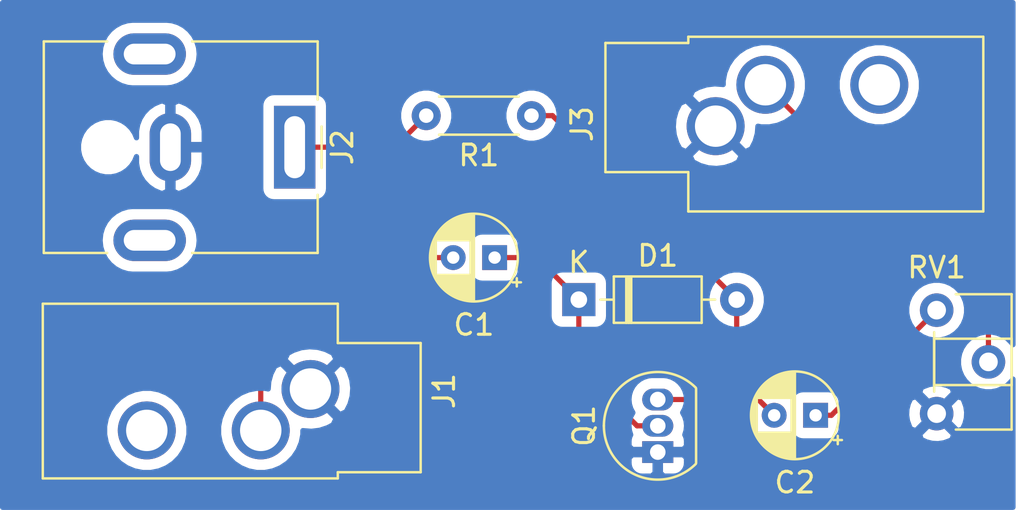
<source format=kicad_pcb>
(kicad_pcb (version 20171130) (host pcbnew "(5.1.5-108-gad11b7ebd)-1")

  (general
    (thickness 1.6)
    (drawings 0)
    (tracks 20)
    (zones 0)
    (modules 9)
    (nets 8)
  )

  (page A4)
  (layers
    (0 F.Cu signal)
    (31 B.Cu signal)
    (32 B.Adhes user)
    (33 F.Adhes user)
    (34 B.Paste user)
    (35 F.Paste user)
    (36 B.SilkS user)
    (37 F.SilkS user)
    (38 B.Mask user)
    (39 F.Mask user)
    (40 Dwgs.User user)
    (41 Cmts.User user)
    (42 Eco1.User user)
    (43 Eco2.User user)
    (44 Edge.Cuts user)
    (45 Margin user)
    (46 B.CrtYd user)
    (47 F.CrtYd user)
    (48 B.Fab user)
    (49 F.Fab user)
  )

  (setup
    (last_trace_width 0.25)
    (trace_clearance 0.2)
    (zone_clearance 0.508)
    (zone_45_only no)
    (trace_min 0.2)
    (via_size 0.8)
    (via_drill 0.4)
    (via_min_size 0.4)
    (via_min_drill 0.3)
    (uvia_size 0.3)
    (uvia_drill 0.1)
    (uvias_allowed no)
    (uvia_min_size 0.2)
    (uvia_min_drill 0.1)
    (edge_width 0.05)
    (segment_width 0.2)
    (pcb_text_width 0.3)
    (pcb_text_size 1.5 1.5)
    (mod_edge_width 0.12)
    (mod_text_size 1 1)
    (mod_text_width 0.15)
    (pad_size 1.524 1.524)
    (pad_drill 0.762)
    (pad_to_mask_clearance 0.05)
    (aux_axis_origin 0 0)
    (visible_elements FFFFFF7F)
    (pcbplotparams
      (layerselection 0x010fc_ffffffff)
      (usegerberextensions false)
      (usegerberattributes false)
      (usegerberadvancedattributes false)
      (creategerberjobfile false)
      (excludeedgelayer true)
      (linewidth 0.100000)
      (plotframeref false)
      (viasonmask false)
      (mode 1)
      (useauxorigin false)
      (hpglpennumber 1)
      (hpglpenspeed 20)
      (hpglpendiameter 15.000000)
      (psnegative false)
      (psa4output false)
      (plotreference true)
      (plotvalue true)
      (plotinvisibletext false)
      (padsonsilk false)
      (subtractmaskfromsilk false)
      (outputformat 1)
      (mirror false)
      (drillshape 1)
      (scaleselection 1)
      (outputdirectory ""))
  )

  (net 0 "")
  (net 1 "Net-(C1-Pad1)")
  (net 2 "Net-(C1-Pad2)")
  (net 3 "Net-(C2-Pad2)")
  (net 4 "Net-(C2-Pad1)")
  (net 5 GND)
  (net 6 "Net-(J2-Pad1)")
  (net 7 "Net-(J3-PadT)")

  (net_class Default "This is the default net class."
    (clearance 0.2)
    (trace_width 0.25)
    (via_dia 0.8)
    (via_drill 0.4)
    (uvia_dia 0.3)
    (uvia_drill 0.1)
    (add_net GND)
    (add_net "Net-(C1-Pad1)")
    (add_net "Net-(C1-Pad2)")
    (add_net "Net-(C2-Pad1)")
    (add_net "Net-(C2-Pad2)")
    (add_net "Net-(J2-Pad1)")
    (add_net "Net-(J3-PadT)")
  )

  (module Capacitor_THT:CP_Radial_D4.0mm_P2.00mm (layer F.Cu) (tedit 5AE50EF0) (tstamp 606D6BE5)
    (at 142.494 88.392 180)
    (descr "CP, Radial series, Radial, pin pitch=2.00mm, , diameter=4mm, Electrolytic Capacitor")
    (tags "CP Radial series Radial pin pitch 2.00mm  diameter 4mm Electrolytic Capacitor")
    (path /606D673D)
    (fp_text reference C1 (at 1 -3.25) (layer F.SilkS)
      (effects (font (size 1 1) (thickness 0.15)))
    )
    (fp_text value C (at 1 3.25) (layer F.Fab)
      (effects (font (size 1 1) (thickness 0.15)))
    )
    (fp_line (start -1.069801 -1.395) (end -1.069801 -0.995) (layer F.SilkS) (width 0.12))
    (fp_line (start -1.269801 -1.195) (end -0.869801 -1.195) (layer F.SilkS) (width 0.12))
    (fp_line (start 3.081 -0.37) (end 3.081 0.37) (layer F.SilkS) (width 0.12))
    (fp_line (start 3.041 -0.537) (end 3.041 0.537) (layer F.SilkS) (width 0.12))
    (fp_line (start 3.001 -0.664) (end 3.001 0.664) (layer F.SilkS) (width 0.12))
    (fp_line (start 2.961 -0.768) (end 2.961 0.768) (layer F.SilkS) (width 0.12))
    (fp_line (start 2.921 -0.859) (end 2.921 0.859) (layer F.SilkS) (width 0.12))
    (fp_line (start 2.881 -0.94) (end 2.881 0.94) (layer F.SilkS) (width 0.12))
    (fp_line (start 2.841 -1.013) (end 2.841 1.013) (layer F.SilkS) (width 0.12))
    (fp_line (start 2.801 0.84) (end 2.801 1.08) (layer F.SilkS) (width 0.12))
    (fp_line (start 2.801 -1.08) (end 2.801 -0.84) (layer F.SilkS) (width 0.12))
    (fp_line (start 2.761 0.84) (end 2.761 1.142) (layer F.SilkS) (width 0.12))
    (fp_line (start 2.761 -1.142) (end 2.761 -0.84) (layer F.SilkS) (width 0.12))
    (fp_line (start 2.721 0.84) (end 2.721 1.2) (layer F.SilkS) (width 0.12))
    (fp_line (start 2.721 -1.2) (end 2.721 -0.84) (layer F.SilkS) (width 0.12))
    (fp_line (start 2.681 0.84) (end 2.681 1.254) (layer F.SilkS) (width 0.12))
    (fp_line (start 2.681 -1.254) (end 2.681 -0.84) (layer F.SilkS) (width 0.12))
    (fp_line (start 2.641 0.84) (end 2.641 1.304) (layer F.SilkS) (width 0.12))
    (fp_line (start 2.641 -1.304) (end 2.641 -0.84) (layer F.SilkS) (width 0.12))
    (fp_line (start 2.601 0.84) (end 2.601 1.351) (layer F.SilkS) (width 0.12))
    (fp_line (start 2.601 -1.351) (end 2.601 -0.84) (layer F.SilkS) (width 0.12))
    (fp_line (start 2.561 0.84) (end 2.561 1.396) (layer F.SilkS) (width 0.12))
    (fp_line (start 2.561 -1.396) (end 2.561 -0.84) (layer F.SilkS) (width 0.12))
    (fp_line (start 2.521 0.84) (end 2.521 1.438) (layer F.SilkS) (width 0.12))
    (fp_line (start 2.521 -1.438) (end 2.521 -0.84) (layer F.SilkS) (width 0.12))
    (fp_line (start 2.481 0.84) (end 2.481 1.478) (layer F.SilkS) (width 0.12))
    (fp_line (start 2.481 -1.478) (end 2.481 -0.84) (layer F.SilkS) (width 0.12))
    (fp_line (start 2.441 0.84) (end 2.441 1.516) (layer F.SilkS) (width 0.12))
    (fp_line (start 2.441 -1.516) (end 2.441 -0.84) (layer F.SilkS) (width 0.12))
    (fp_line (start 2.401 0.84) (end 2.401 1.552) (layer F.SilkS) (width 0.12))
    (fp_line (start 2.401 -1.552) (end 2.401 -0.84) (layer F.SilkS) (width 0.12))
    (fp_line (start 2.361 0.84) (end 2.361 1.587) (layer F.SilkS) (width 0.12))
    (fp_line (start 2.361 -1.587) (end 2.361 -0.84) (layer F.SilkS) (width 0.12))
    (fp_line (start 2.321 0.84) (end 2.321 1.619) (layer F.SilkS) (width 0.12))
    (fp_line (start 2.321 -1.619) (end 2.321 -0.84) (layer F.SilkS) (width 0.12))
    (fp_line (start 2.281 0.84) (end 2.281 1.65) (layer F.SilkS) (width 0.12))
    (fp_line (start 2.281 -1.65) (end 2.281 -0.84) (layer F.SilkS) (width 0.12))
    (fp_line (start 2.241 0.84) (end 2.241 1.68) (layer F.SilkS) (width 0.12))
    (fp_line (start 2.241 -1.68) (end 2.241 -0.84) (layer F.SilkS) (width 0.12))
    (fp_line (start 2.201 0.84) (end 2.201 1.708) (layer F.SilkS) (width 0.12))
    (fp_line (start 2.201 -1.708) (end 2.201 -0.84) (layer F.SilkS) (width 0.12))
    (fp_line (start 2.161 0.84) (end 2.161 1.735) (layer F.SilkS) (width 0.12))
    (fp_line (start 2.161 -1.735) (end 2.161 -0.84) (layer F.SilkS) (width 0.12))
    (fp_line (start 2.121 0.84) (end 2.121 1.76) (layer F.SilkS) (width 0.12))
    (fp_line (start 2.121 -1.76) (end 2.121 -0.84) (layer F.SilkS) (width 0.12))
    (fp_line (start 2.081 0.84) (end 2.081 1.785) (layer F.SilkS) (width 0.12))
    (fp_line (start 2.081 -1.785) (end 2.081 -0.84) (layer F.SilkS) (width 0.12))
    (fp_line (start 2.041 0.84) (end 2.041 1.808) (layer F.SilkS) (width 0.12))
    (fp_line (start 2.041 -1.808) (end 2.041 -0.84) (layer F.SilkS) (width 0.12))
    (fp_line (start 2.001 0.84) (end 2.001 1.83) (layer F.SilkS) (width 0.12))
    (fp_line (start 2.001 -1.83) (end 2.001 -0.84) (layer F.SilkS) (width 0.12))
    (fp_line (start 1.961 0.84) (end 1.961 1.851) (layer F.SilkS) (width 0.12))
    (fp_line (start 1.961 -1.851) (end 1.961 -0.84) (layer F.SilkS) (width 0.12))
    (fp_line (start 1.921 0.84) (end 1.921 1.87) (layer F.SilkS) (width 0.12))
    (fp_line (start 1.921 -1.87) (end 1.921 -0.84) (layer F.SilkS) (width 0.12))
    (fp_line (start 1.881 0.84) (end 1.881 1.889) (layer F.SilkS) (width 0.12))
    (fp_line (start 1.881 -1.889) (end 1.881 -0.84) (layer F.SilkS) (width 0.12))
    (fp_line (start 1.841 0.84) (end 1.841 1.907) (layer F.SilkS) (width 0.12))
    (fp_line (start 1.841 -1.907) (end 1.841 -0.84) (layer F.SilkS) (width 0.12))
    (fp_line (start 1.801 0.84) (end 1.801 1.924) (layer F.SilkS) (width 0.12))
    (fp_line (start 1.801 -1.924) (end 1.801 -0.84) (layer F.SilkS) (width 0.12))
    (fp_line (start 1.761 0.84) (end 1.761 1.94) (layer F.SilkS) (width 0.12))
    (fp_line (start 1.761 -1.94) (end 1.761 -0.84) (layer F.SilkS) (width 0.12))
    (fp_line (start 1.721 0.84) (end 1.721 1.954) (layer F.SilkS) (width 0.12))
    (fp_line (start 1.721 -1.954) (end 1.721 -0.84) (layer F.SilkS) (width 0.12))
    (fp_line (start 1.68 0.84) (end 1.68 1.968) (layer F.SilkS) (width 0.12))
    (fp_line (start 1.68 -1.968) (end 1.68 -0.84) (layer F.SilkS) (width 0.12))
    (fp_line (start 1.64 0.84) (end 1.64 1.982) (layer F.SilkS) (width 0.12))
    (fp_line (start 1.64 -1.982) (end 1.64 -0.84) (layer F.SilkS) (width 0.12))
    (fp_line (start 1.6 0.84) (end 1.6 1.994) (layer F.SilkS) (width 0.12))
    (fp_line (start 1.6 -1.994) (end 1.6 -0.84) (layer F.SilkS) (width 0.12))
    (fp_line (start 1.56 0.84) (end 1.56 2.005) (layer F.SilkS) (width 0.12))
    (fp_line (start 1.56 -2.005) (end 1.56 -0.84) (layer F.SilkS) (width 0.12))
    (fp_line (start 1.52 0.84) (end 1.52 2.016) (layer F.SilkS) (width 0.12))
    (fp_line (start 1.52 -2.016) (end 1.52 -0.84) (layer F.SilkS) (width 0.12))
    (fp_line (start 1.48 0.84) (end 1.48 2.025) (layer F.SilkS) (width 0.12))
    (fp_line (start 1.48 -2.025) (end 1.48 -0.84) (layer F.SilkS) (width 0.12))
    (fp_line (start 1.44 0.84) (end 1.44 2.034) (layer F.SilkS) (width 0.12))
    (fp_line (start 1.44 -2.034) (end 1.44 -0.84) (layer F.SilkS) (width 0.12))
    (fp_line (start 1.4 0.84) (end 1.4 2.042) (layer F.SilkS) (width 0.12))
    (fp_line (start 1.4 -2.042) (end 1.4 -0.84) (layer F.SilkS) (width 0.12))
    (fp_line (start 1.36 0.84) (end 1.36 2.05) (layer F.SilkS) (width 0.12))
    (fp_line (start 1.36 -2.05) (end 1.36 -0.84) (layer F.SilkS) (width 0.12))
    (fp_line (start 1.32 0.84) (end 1.32 2.056) (layer F.SilkS) (width 0.12))
    (fp_line (start 1.32 -2.056) (end 1.32 -0.84) (layer F.SilkS) (width 0.12))
    (fp_line (start 1.28 0.84) (end 1.28 2.062) (layer F.SilkS) (width 0.12))
    (fp_line (start 1.28 -2.062) (end 1.28 -0.84) (layer F.SilkS) (width 0.12))
    (fp_line (start 1.24 0.84) (end 1.24 2.067) (layer F.SilkS) (width 0.12))
    (fp_line (start 1.24 -2.067) (end 1.24 -0.84) (layer F.SilkS) (width 0.12))
    (fp_line (start 1.2 0.84) (end 1.2 2.071) (layer F.SilkS) (width 0.12))
    (fp_line (start 1.2 -2.071) (end 1.2 -0.84) (layer F.SilkS) (width 0.12))
    (fp_line (start 1.16 -2.074) (end 1.16 2.074) (layer F.SilkS) (width 0.12))
    (fp_line (start 1.12 -2.077) (end 1.12 2.077) (layer F.SilkS) (width 0.12))
    (fp_line (start 1.08 -2.079) (end 1.08 2.079) (layer F.SilkS) (width 0.12))
    (fp_line (start 1.04 -2.08) (end 1.04 2.08) (layer F.SilkS) (width 0.12))
    (fp_line (start 1 -2.08) (end 1 2.08) (layer F.SilkS) (width 0.12))
    (fp_line (start -0.502554 -1.0675) (end -0.502554 -0.6675) (layer F.Fab) (width 0.1))
    (fp_line (start -0.702554 -0.8675) (end -0.302554 -0.8675) (layer F.Fab) (width 0.1))
    (fp_circle (center 1 0) (end 3.25 0) (layer F.CrtYd) (width 0.05))
    (fp_circle (center 1 0) (end 3.12 0) (layer F.SilkS) (width 0.12))
    (fp_circle (center 1 0) (end 3 0) (layer F.Fab) (width 0.1))
    (fp_text user %R (at 1 0) (layer F.Fab)
      (effects (font (size 0.8 0.8) (thickness 0.12)))
    )
    (pad 1 thru_hole rect (at 0 0 180) (size 1.2 1.2) (drill 0.6) (layers *.Cu *.Mask)
      (net 1 "Net-(C1-Pad1)"))
    (pad 2 thru_hole circle (at 2 0 180) (size 1.2 1.2) (drill 0.6) (layers *.Cu *.Mask)
      (net 2 "Net-(C1-Pad2)"))
    (model ${KISYS3DMOD}/Capacitor_THT.3dshapes/CP_Radial_D4.0mm_P2.00mm.wrl
      (at (xyz 0 0 0))
      (scale (xyz 1 1 1))
      (rotate (xyz 0 0 0))
    )
  )

  (module Capacitor_THT:CP_Radial_D4.0mm_P2.00mm (layer F.Cu) (tedit 5AE50EF0) (tstamp 606D6C51)
    (at 157.988 96.012 180)
    (descr "CP, Radial series, Radial, pin pitch=2.00mm, , diameter=4mm, Electrolytic Capacitor")
    (tags "CP Radial series Radial pin pitch 2.00mm  diameter 4mm Electrolytic Capacitor")
    (path /606D974A)
    (fp_text reference C2 (at 1 -3.25) (layer F.SilkS)
      (effects (font (size 1 1) (thickness 0.15)))
    )
    (fp_text value C (at 1 3.25) (layer F.Fab)
      (effects (font (size 1 1) (thickness 0.15)))
    )
    (fp_text user %R (at 1 0) (layer F.Fab)
      (effects (font (size 0.8 0.8) (thickness 0.12)))
    )
    (fp_circle (center 1 0) (end 3 0) (layer F.Fab) (width 0.1))
    (fp_circle (center 1 0) (end 3.12 0) (layer F.SilkS) (width 0.12))
    (fp_circle (center 1 0) (end 3.25 0) (layer F.CrtYd) (width 0.05))
    (fp_line (start -0.702554 -0.8675) (end -0.302554 -0.8675) (layer F.Fab) (width 0.1))
    (fp_line (start -0.502554 -1.0675) (end -0.502554 -0.6675) (layer F.Fab) (width 0.1))
    (fp_line (start 1 -2.08) (end 1 2.08) (layer F.SilkS) (width 0.12))
    (fp_line (start 1.04 -2.08) (end 1.04 2.08) (layer F.SilkS) (width 0.12))
    (fp_line (start 1.08 -2.079) (end 1.08 2.079) (layer F.SilkS) (width 0.12))
    (fp_line (start 1.12 -2.077) (end 1.12 2.077) (layer F.SilkS) (width 0.12))
    (fp_line (start 1.16 -2.074) (end 1.16 2.074) (layer F.SilkS) (width 0.12))
    (fp_line (start 1.2 -2.071) (end 1.2 -0.84) (layer F.SilkS) (width 0.12))
    (fp_line (start 1.2 0.84) (end 1.2 2.071) (layer F.SilkS) (width 0.12))
    (fp_line (start 1.24 -2.067) (end 1.24 -0.84) (layer F.SilkS) (width 0.12))
    (fp_line (start 1.24 0.84) (end 1.24 2.067) (layer F.SilkS) (width 0.12))
    (fp_line (start 1.28 -2.062) (end 1.28 -0.84) (layer F.SilkS) (width 0.12))
    (fp_line (start 1.28 0.84) (end 1.28 2.062) (layer F.SilkS) (width 0.12))
    (fp_line (start 1.32 -2.056) (end 1.32 -0.84) (layer F.SilkS) (width 0.12))
    (fp_line (start 1.32 0.84) (end 1.32 2.056) (layer F.SilkS) (width 0.12))
    (fp_line (start 1.36 -2.05) (end 1.36 -0.84) (layer F.SilkS) (width 0.12))
    (fp_line (start 1.36 0.84) (end 1.36 2.05) (layer F.SilkS) (width 0.12))
    (fp_line (start 1.4 -2.042) (end 1.4 -0.84) (layer F.SilkS) (width 0.12))
    (fp_line (start 1.4 0.84) (end 1.4 2.042) (layer F.SilkS) (width 0.12))
    (fp_line (start 1.44 -2.034) (end 1.44 -0.84) (layer F.SilkS) (width 0.12))
    (fp_line (start 1.44 0.84) (end 1.44 2.034) (layer F.SilkS) (width 0.12))
    (fp_line (start 1.48 -2.025) (end 1.48 -0.84) (layer F.SilkS) (width 0.12))
    (fp_line (start 1.48 0.84) (end 1.48 2.025) (layer F.SilkS) (width 0.12))
    (fp_line (start 1.52 -2.016) (end 1.52 -0.84) (layer F.SilkS) (width 0.12))
    (fp_line (start 1.52 0.84) (end 1.52 2.016) (layer F.SilkS) (width 0.12))
    (fp_line (start 1.56 -2.005) (end 1.56 -0.84) (layer F.SilkS) (width 0.12))
    (fp_line (start 1.56 0.84) (end 1.56 2.005) (layer F.SilkS) (width 0.12))
    (fp_line (start 1.6 -1.994) (end 1.6 -0.84) (layer F.SilkS) (width 0.12))
    (fp_line (start 1.6 0.84) (end 1.6 1.994) (layer F.SilkS) (width 0.12))
    (fp_line (start 1.64 -1.982) (end 1.64 -0.84) (layer F.SilkS) (width 0.12))
    (fp_line (start 1.64 0.84) (end 1.64 1.982) (layer F.SilkS) (width 0.12))
    (fp_line (start 1.68 -1.968) (end 1.68 -0.84) (layer F.SilkS) (width 0.12))
    (fp_line (start 1.68 0.84) (end 1.68 1.968) (layer F.SilkS) (width 0.12))
    (fp_line (start 1.721 -1.954) (end 1.721 -0.84) (layer F.SilkS) (width 0.12))
    (fp_line (start 1.721 0.84) (end 1.721 1.954) (layer F.SilkS) (width 0.12))
    (fp_line (start 1.761 -1.94) (end 1.761 -0.84) (layer F.SilkS) (width 0.12))
    (fp_line (start 1.761 0.84) (end 1.761 1.94) (layer F.SilkS) (width 0.12))
    (fp_line (start 1.801 -1.924) (end 1.801 -0.84) (layer F.SilkS) (width 0.12))
    (fp_line (start 1.801 0.84) (end 1.801 1.924) (layer F.SilkS) (width 0.12))
    (fp_line (start 1.841 -1.907) (end 1.841 -0.84) (layer F.SilkS) (width 0.12))
    (fp_line (start 1.841 0.84) (end 1.841 1.907) (layer F.SilkS) (width 0.12))
    (fp_line (start 1.881 -1.889) (end 1.881 -0.84) (layer F.SilkS) (width 0.12))
    (fp_line (start 1.881 0.84) (end 1.881 1.889) (layer F.SilkS) (width 0.12))
    (fp_line (start 1.921 -1.87) (end 1.921 -0.84) (layer F.SilkS) (width 0.12))
    (fp_line (start 1.921 0.84) (end 1.921 1.87) (layer F.SilkS) (width 0.12))
    (fp_line (start 1.961 -1.851) (end 1.961 -0.84) (layer F.SilkS) (width 0.12))
    (fp_line (start 1.961 0.84) (end 1.961 1.851) (layer F.SilkS) (width 0.12))
    (fp_line (start 2.001 -1.83) (end 2.001 -0.84) (layer F.SilkS) (width 0.12))
    (fp_line (start 2.001 0.84) (end 2.001 1.83) (layer F.SilkS) (width 0.12))
    (fp_line (start 2.041 -1.808) (end 2.041 -0.84) (layer F.SilkS) (width 0.12))
    (fp_line (start 2.041 0.84) (end 2.041 1.808) (layer F.SilkS) (width 0.12))
    (fp_line (start 2.081 -1.785) (end 2.081 -0.84) (layer F.SilkS) (width 0.12))
    (fp_line (start 2.081 0.84) (end 2.081 1.785) (layer F.SilkS) (width 0.12))
    (fp_line (start 2.121 -1.76) (end 2.121 -0.84) (layer F.SilkS) (width 0.12))
    (fp_line (start 2.121 0.84) (end 2.121 1.76) (layer F.SilkS) (width 0.12))
    (fp_line (start 2.161 -1.735) (end 2.161 -0.84) (layer F.SilkS) (width 0.12))
    (fp_line (start 2.161 0.84) (end 2.161 1.735) (layer F.SilkS) (width 0.12))
    (fp_line (start 2.201 -1.708) (end 2.201 -0.84) (layer F.SilkS) (width 0.12))
    (fp_line (start 2.201 0.84) (end 2.201 1.708) (layer F.SilkS) (width 0.12))
    (fp_line (start 2.241 -1.68) (end 2.241 -0.84) (layer F.SilkS) (width 0.12))
    (fp_line (start 2.241 0.84) (end 2.241 1.68) (layer F.SilkS) (width 0.12))
    (fp_line (start 2.281 -1.65) (end 2.281 -0.84) (layer F.SilkS) (width 0.12))
    (fp_line (start 2.281 0.84) (end 2.281 1.65) (layer F.SilkS) (width 0.12))
    (fp_line (start 2.321 -1.619) (end 2.321 -0.84) (layer F.SilkS) (width 0.12))
    (fp_line (start 2.321 0.84) (end 2.321 1.619) (layer F.SilkS) (width 0.12))
    (fp_line (start 2.361 -1.587) (end 2.361 -0.84) (layer F.SilkS) (width 0.12))
    (fp_line (start 2.361 0.84) (end 2.361 1.587) (layer F.SilkS) (width 0.12))
    (fp_line (start 2.401 -1.552) (end 2.401 -0.84) (layer F.SilkS) (width 0.12))
    (fp_line (start 2.401 0.84) (end 2.401 1.552) (layer F.SilkS) (width 0.12))
    (fp_line (start 2.441 -1.516) (end 2.441 -0.84) (layer F.SilkS) (width 0.12))
    (fp_line (start 2.441 0.84) (end 2.441 1.516) (layer F.SilkS) (width 0.12))
    (fp_line (start 2.481 -1.478) (end 2.481 -0.84) (layer F.SilkS) (width 0.12))
    (fp_line (start 2.481 0.84) (end 2.481 1.478) (layer F.SilkS) (width 0.12))
    (fp_line (start 2.521 -1.438) (end 2.521 -0.84) (layer F.SilkS) (width 0.12))
    (fp_line (start 2.521 0.84) (end 2.521 1.438) (layer F.SilkS) (width 0.12))
    (fp_line (start 2.561 -1.396) (end 2.561 -0.84) (layer F.SilkS) (width 0.12))
    (fp_line (start 2.561 0.84) (end 2.561 1.396) (layer F.SilkS) (width 0.12))
    (fp_line (start 2.601 -1.351) (end 2.601 -0.84) (layer F.SilkS) (width 0.12))
    (fp_line (start 2.601 0.84) (end 2.601 1.351) (layer F.SilkS) (width 0.12))
    (fp_line (start 2.641 -1.304) (end 2.641 -0.84) (layer F.SilkS) (width 0.12))
    (fp_line (start 2.641 0.84) (end 2.641 1.304) (layer F.SilkS) (width 0.12))
    (fp_line (start 2.681 -1.254) (end 2.681 -0.84) (layer F.SilkS) (width 0.12))
    (fp_line (start 2.681 0.84) (end 2.681 1.254) (layer F.SilkS) (width 0.12))
    (fp_line (start 2.721 -1.2) (end 2.721 -0.84) (layer F.SilkS) (width 0.12))
    (fp_line (start 2.721 0.84) (end 2.721 1.2) (layer F.SilkS) (width 0.12))
    (fp_line (start 2.761 -1.142) (end 2.761 -0.84) (layer F.SilkS) (width 0.12))
    (fp_line (start 2.761 0.84) (end 2.761 1.142) (layer F.SilkS) (width 0.12))
    (fp_line (start 2.801 -1.08) (end 2.801 -0.84) (layer F.SilkS) (width 0.12))
    (fp_line (start 2.801 0.84) (end 2.801 1.08) (layer F.SilkS) (width 0.12))
    (fp_line (start 2.841 -1.013) (end 2.841 1.013) (layer F.SilkS) (width 0.12))
    (fp_line (start 2.881 -0.94) (end 2.881 0.94) (layer F.SilkS) (width 0.12))
    (fp_line (start 2.921 -0.859) (end 2.921 0.859) (layer F.SilkS) (width 0.12))
    (fp_line (start 2.961 -0.768) (end 2.961 0.768) (layer F.SilkS) (width 0.12))
    (fp_line (start 3.001 -0.664) (end 3.001 0.664) (layer F.SilkS) (width 0.12))
    (fp_line (start 3.041 -0.537) (end 3.041 0.537) (layer F.SilkS) (width 0.12))
    (fp_line (start 3.081 -0.37) (end 3.081 0.37) (layer F.SilkS) (width 0.12))
    (fp_line (start -1.269801 -1.195) (end -0.869801 -1.195) (layer F.SilkS) (width 0.12))
    (fp_line (start -1.069801 -1.395) (end -1.069801 -0.995) (layer F.SilkS) (width 0.12))
    (pad 2 thru_hole circle (at 2 0 180) (size 1.2 1.2) (drill 0.6) (layers *.Cu *.Mask)
      (net 3 "Net-(C2-Pad2)"))
    (pad 1 thru_hole rect (at 0 0 180) (size 1.2 1.2) (drill 0.6) (layers *.Cu *.Mask)
      (net 4 "Net-(C2-Pad1)"))
    (model ${KISYS3DMOD}/Capacitor_THT.3dshapes/CP_Radial_D4.0mm_P2.00mm.wrl
      (at (xyz 0 0 0))
      (scale (xyz 1 1 1))
      (rotate (xyz 0 0 0))
    )
  )

  (module Diode_THT:D_DO-35_SOD27_P7.62mm_Horizontal (layer F.Cu) (tedit 5AE50CD5) (tstamp 606D6C70)
    (at 146.558 90.424)
    (descr "Diode, DO-35_SOD27 series, Axial, Horizontal, pin pitch=7.62mm, , length*diameter=4*2mm^2, , http://www.diodes.com/_files/packages/DO-35.pdf")
    (tags "Diode DO-35_SOD27 series Axial Horizontal pin pitch 7.62mm  length 4mm diameter 2mm")
    (path /606D49F7)
    (fp_text reference D1 (at 3.81 -2.12) (layer F.SilkS)
      (effects (font (size 1 1) (thickness 0.15)))
    )
    (fp_text value 1N914 (at 3.81 2.12) (layer F.Fab)
      (effects (font (size 1 1) (thickness 0.15)))
    )
    (fp_line (start 8.67 -1.25) (end -1.05 -1.25) (layer F.CrtYd) (width 0.05))
    (fp_line (start 8.67 1.25) (end 8.67 -1.25) (layer F.CrtYd) (width 0.05))
    (fp_line (start -1.05 1.25) (end 8.67 1.25) (layer F.CrtYd) (width 0.05))
    (fp_line (start -1.05 -1.25) (end -1.05 1.25) (layer F.CrtYd) (width 0.05))
    (fp_line (start 2.29 -1.12) (end 2.29 1.12) (layer F.SilkS) (width 0.12))
    (fp_line (start 2.53 -1.12) (end 2.53 1.12) (layer F.SilkS) (width 0.12))
    (fp_line (start 2.41 -1.12) (end 2.41 1.12) (layer F.SilkS) (width 0.12))
    (fp_line (start 6.58 0) (end 5.93 0) (layer F.SilkS) (width 0.12))
    (fp_line (start 1.04 0) (end 1.69 0) (layer F.SilkS) (width 0.12))
    (fp_line (start 5.93 -1.12) (end 1.69 -1.12) (layer F.SilkS) (width 0.12))
    (fp_line (start 5.93 1.12) (end 5.93 -1.12) (layer F.SilkS) (width 0.12))
    (fp_line (start 1.69 1.12) (end 5.93 1.12) (layer F.SilkS) (width 0.12))
    (fp_line (start 1.69 -1.12) (end 1.69 1.12) (layer F.SilkS) (width 0.12))
    (fp_line (start 2.31 -1) (end 2.31 1) (layer F.Fab) (width 0.1))
    (fp_line (start 2.51 -1) (end 2.51 1) (layer F.Fab) (width 0.1))
    (fp_line (start 2.41 -1) (end 2.41 1) (layer F.Fab) (width 0.1))
    (fp_line (start 7.62 0) (end 5.81 0) (layer F.Fab) (width 0.1))
    (fp_line (start 0 0) (end 1.81 0) (layer F.Fab) (width 0.1))
    (fp_line (start 5.81 -1) (end 1.81 -1) (layer F.Fab) (width 0.1))
    (fp_line (start 5.81 1) (end 5.81 -1) (layer F.Fab) (width 0.1))
    (fp_line (start 1.81 1) (end 5.81 1) (layer F.Fab) (width 0.1))
    (fp_line (start 1.81 -1) (end 1.81 1) (layer F.Fab) (width 0.1))
    (fp_text user %R (at 4.11 0) (layer F.Fab)
      (effects (font (size 0.8 0.8) (thickness 0.12)))
    )
    (fp_text user K (at 0 -1.8) (layer F.Fab)
      (effects (font (size 1 1) (thickness 0.15)))
    )
    (fp_text user K (at 0 -1.8) (layer F.SilkS)
      (effects (font (size 1 1) (thickness 0.15)))
    )
    (pad 1 thru_hole rect (at 0 0) (size 1.6 1.6) (drill 0.8) (layers *.Cu *.Mask)
      (net 1 "Net-(C1-Pad1)"))
    (pad 2 thru_hole oval (at 7.62 0) (size 1.6 1.6) (drill 0.8) (layers *.Cu *.Mask)
      (net 3 "Net-(C2-Pad2)"))
    (model ${KISYS3DMOD}/Diode_THT.3dshapes/D_DO-35_SOD27_P7.62mm_Horizontal.wrl
      (at (xyz 0 0 0))
      (scale (xyz 1 1 1))
      (rotate (xyz 0 0 0))
    )
  )

  (module Connector_Audio:Jack_3.5mm_CUI_SJ1-3533NG_Horizontal_CircularHoles (layer F.Cu) (tedit 5BAD3514) (tstamp 606D6C8C)
    (at 133.604 94.742 270)
    (descr "TRS 3.5mm, horizontal, through-hole, , circular holeshttps://www.cui.com/product/resource/sj1-353xng.pdf")
    (tags "TRS audio jack stereo horizontal circular")
    (path /606D1984)
    (fp_text reference J1 (at 0.1 -6.45 90) (layer F.SilkS)
      (effects (font (size 1 1) (thickness 0.15)))
    )
    (fp_text value AudioJack2 (at 0.1 14.05 90) (layer F.Fab)
      (effects (font (size 1 1) (thickness 0.15)))
    )
    (fp_line (start 4.7 -5.7) (end -4.5 -5.7) (layer F.CrtYd) (width 0.05))
    (fp_line (start 4.7 13.3) (end 4.7 -5.7) (layer F.CrtYd) (width 0.05))
    (fp_line (start -4.5 13.3) (end 4.7 13.3) (layer F.CrtYd) (width 0.05))
    (fp_line (start -4.5 -5.7) (end -4.5 13.3) (layer F.CrtYd) (width 0.05))
    (fp_line (start -2.22 -1.32) (end -2.22 -5.32) (layer F.SilkS) (width 0.12))
    (fp_line (start -4.12 -1.32) (end -2.22 -1.32) (layer F.SilkS) (width 0.12))
    (fp_line (start -4.12 12.92) (end -4.12 -1.32) (layer F.SilkS) (width 0.12))
    (fp_line (start 4.32 12.92) (end -4.12 12.92) (layer F.SilkS) (width 0.12))
    (fp_line (start 4.32 -1.32) (end 4.32 12.92) (layer F.SilkS) (width 0.12))
    (fp_line (start 4.02 -1.32) (end 4.32 -1.32) (layer F.SilkS) (width 0.12))
    (fp_line (start 4.02 -5.32) (end 4.02 -1.32) (layer F.SilkS) (width 0.12))
    (fp_line (start -2.22 -5.32) (end 4.02 -5.32) (layer F.SilkS) (width 0.12))
    (fp_line (start -2.1 -1.2) (end -2.1 -5.2) (layer F.Fab) (width 0.1))
    (fp_line (start -4 -1.2) (end -2.1 -1.2) (layer F.Fab) (width 0.1))
    (fp_line (start -4 12.8) (end -4 -1.2) (layer F.Fab) (width 0.1))
    (fp_line (start 4.2 12.8) (end -4 12.8) (layer F.Fab) (width 0.1))
    (fp_line (start 4.2 -1.2) (end 4.2 12.8) (layer F.Fab) (width 0.1))
    (fp_line (start 3.9 -1.2) (end 4.2 -1.2) (layer F.Fab) (width 0.1))
    (fp_line (start 3.9 -5.2) (end 3.9 -1.2) (layer F.Fab) (width 0.1))
    (fp_line (start -2.1 -5.2) (end 3.9 -5.2) (layer F.Fab) (width 0.1))
    (fp_text user %R (at 0.1 3.8 90) (layer F.Fab)
      (effects (font (size 1 1) (thickness 0.15)))
    )
    (pad S thru_hole circle (at 0 0 270) (size 2.8 2.8) (drill 2) (layers *.Cu *.Mask)
      (net 5 GND))
    (pad T thru_hole circle (at 2 2.4 270) (size 2.8 2.8) (drill 2) (layers *.Cu *.Mask)
      (net 2 "Net-(C1-Pad2)"))
    (pad R thru_hole circle (at 2 7.9 270) (size 2.8 2.8) (drill 2) (layers *.Cu *.Mask))
    (model ${KISYS3DMOD}/Connector_Audio.3dshapes/Jack_3.5mm_CUI_SJ1-3533NG_Horizontal.wrl
      (at (xyz 0 0 0))
      (scale (xyz 1 1 1))
      (rotate (xyz 0 0 0))
    )
  )

  (module Connector_BarrelJack:BarrelJack_CUI_PJ-063AH_Horizontal (layer F.Cu) (tedit 5B0886BD) (tstamp 606D6CA9)
    (at 132.842 83.058 270)
    (descr "Barrel Jack, 2.0mm ID, 5.5mm OD, 24V, 8A, no switch, https://www.cui.com/product/resource/pj-063ah.pdf")
    (tags "barrel jack cui dc power")
    (path /606D3079)
    (fp_text reference J2 (at 0 -2.3 90) (layer F.SilkS)
      (effects (font (size 1 1) (thickness 0.15)))
    )
    (fp_text value Barrel_Jack (at 0 13 90) (layer F.Fab)
      (effects (font (size 1 1) (thickness 0.15)))
    )
    (fp_line (start 6 -1.5) (end -6 -1.5) (layer F.CrtYd) (width 0.05))
    (fp_line (start 6 12.5) (end 6 -1.5) (layer F.CrtYd) (width 0.05))
    (fp_line (start -6 12.5) (end 6 12.5) (layer F.CrtYd) (width 0.05))
    (fp_line (start -6 -1.5) (end -6 12.5) (layer F.CrtYd) (width 0.05))
    (fp_line (start -1 -1.3) (end 1 -1.3) (layer F.SilkS) (width 0.12))
    (fp_line (start -5.11 12.11) (end -5.11 9.05) (layer F.SilkS) (width 0.12))
    (fp_line (start 5.11 12.11) (end -5.11 12.11) (layer F.SilkS) (width 0.12))
    (fp_line (start 5.11 9.05) (end 5.11 12.11) (layer F.SilkS) (width 0.12))
    (fp_line (start 5.11 -1.11) (end 5.11 4.95) (layer F.SilkS) (width 0.12))
    (fp_line (start 2.3 -1.11) (end 5.11 -1.11) (layer F.SilkS) (width 0.12))
    (fp_line (start -5.11 -1.11) (end -2.3 -1.11) (layer F.SilkS) (width 0.12))
    (fp_line (start -5.11 4.95) (end -5.11 -1.11) (layer F.SilkS) (width 0.12))
    (fp_line (start -5 12) (end -5 -1) (layer F.Fab) (width 0.1))
    (fp_line (start 5 12) (end -5 12) (layer F.Fab) (width 0.1))
    (fp_line (start 5 -1) (end 5 12) (layer F.Fab) (width 0.1))
    (fp_line (start 1 -1) (end 5 -1) (layer F.Fab) (width 0.1))
    (fp_line (start 0 0) (end 1 -1) (layer F.Fab) (width 0.1))
    (fp_line (start -1 -1) (end 0 0) (layer F.Fab) (width 0.1))
    (fp_line (start -5 -1) (end -1 -1) (layer F.Fab) (width 0.1))
    (fp_text user %R (at 0 5.5 90) (layer F.Fab)
      (effects (font (size 1 1) (thickness 0.15)))
    )
    (pad 1 thru_hole rect (at 0 0 270) (size 4 2) (drill oval 3 1) (layers *.Cu *.Mask)
      (net 6 "Net-(J2-Pad1)"))
    (pad 2 thru_hole oval (at 0 6 270) (size 3.3 2) (drill oval 2.3 1) (layers *.Cu *.Mask)
      (net 5 GND))
    (pad MP thru_hole oval (at -4.5 7 270) (size 2 3.5) (drill oval 1 2.5) (layers *.Cu *.Mask))
    (pad MP thru_hole oval (at 4.5 7 270) (size 2 3.5) (drill oval 1 2.5) (layers *.Cu *.Mask))
    (pad "" np_thru_hole circle (at 0 9 270) (size 1.6 1.6) (drill 1.6) (layers *.Cu *.Mask))
    (model ${KISYS3DMOD}/Connector_BarrelJack.3dshapes/BarrelJack_CUI_PJ-063AH_Horizontal.wrl
      (at (xyz 0 0 0))
      (scale (xyz 1 1 1))
      (rotate (xyz 0 0 0))
    )
  )

  (module Connector_Audio:Jack_3.5mm_CUI_SJ1-3533NG_Horizontal_CircularHoles (layer F.Cu) (tedit 5BAD3514) (tstamp 606D6CC5)
    (at 153.162 82.042 90)
    (descr "TRS 3.5mm, horizontal, through-hole, , circular holeshttps://www.cui.com/product/resource/sj1-353xng.pdf")
    (tags "TRS audio jack stereo horizontal circular")
    (path /606DAD0E)
    (fp_text reference J3 (at 0.1 -6.45 90) (layer F.SilkS)
      (effects (font (size 1 1) (thickness 0.15)))
    )
    (fp_text value AudioJack2 (at 0.1 14.05 90) (layer F.Fab)
      (effects (font (size 1 1) (thickness 0.15)))
    )
    (fp_text user %R (at 0.1 3.8 90) (layer F.Fab)
      (effects (font (size 1 1) (thickness 0.15)))
    )
    (fp_line (start -2.1 -5.2) (end 3.9 -5.2) (layer F.Fab) (width 0.1))
    (fp_line (start 3.9 -5.2) (end 3.9 -1.2) (layer F.Fab) (width 0.1))
    (fp_line (start 3.9 -1.2) (end 4.2 -1.2) (layer F.Fab) (width 0.1))
    (fp_line (start 4.2 -1.2) (end 4.2 12.8) (layer F.Fab) (width 0.1))
    (fp_line (start 4.2 12.8) (end -4 12.8) (layer F.Fab) (width 0.1))
    (fp_line (start -4 12.8) (end -4 -1.2) (layer F.Fab) (width 0.1))
    (fp_line (start -4 -1.2) (end -2.1 -1.2) (layer F.Fab) (width 0.1))
    (fp_line (start -2.1 -1.2) (end -2.1 -5.2) (layer F.Fab) (width 0.1))
    (fp_line (start -2.22 -5.32) (end 4.02 -5.32) (layer F.SilkS) (width 0.12))
    (fp_line (start 4.02 -5.32) (end 4.02 -1.32) (layer F.SilkS) (width 0.12))
    (fp_line (start 4.02 -1.32) (end 4.32 -1.32) (layer F.SilkS) (width 0.12))
    (fp_line (start 4.32 -1.32) (end 4.32 12.92) (layer F.SilkS) (width 0.12))
    (fp_line (start 4.32 12.92) (end -4.12 12.92) (layer F.SilkS) (width 0.12))
    (fp_line (start -4.12 12.92) (end -4.12 -1.32) (layer F.SilkS) (width 0.12))
    (fp_line (start -4.12 -1.32) (end -2.22 -1.32) (layer F.SilkS) (width 0.12))
    (fp_line (start -2.22 -1.32) (end -2.22 -5.32) (layer F.SilkS) (width 0.12))
    (fp_line (start -4.5 -5.7) (end -4.5 13.3) (layer F.CrtYd) (width 0.05))
    (fp_line (start -4.5 13.3) (end 4.7 13.3) (layer F.CrtYd) (width 0.05))
    (fp_line (start 4.7 13.3) (end 4.7 -5.7) (layer F.CrtYd) (width 0.05))
    (fp_line (start 4.7 -5.7) (end -4.5 -5.7) (layer F.CrtYd) (width 0.05))
    (pad R thru_hole circle (at 2 7.9 90) (size 2.8 2.8) (drill 2) (layers *.Cu *.Mask))
    (pad T thru_hole circle (at 2 2.4 90) (size 2.8 2.8) (drill 2) (layers *.Cu *.Mask)
      (net 7 "Net-(J3-PadT)"))
    (pad S thru_hole circle (at 0 0 90) (size 2.8 2.8) (drill 2) (layers *.Cu *.Mask)
      (net 5 GND))
    (model ${KISYS3DMOD}/Connector_Audio.3dshapes/Jack_3.5mm_CUI_SJ1-3533NG_Horizontal.wrl
      (at (xyz 0 0 0))
      (scale (xyz 1 1 1))
      (rotate (xyz 0 0 0))
    )
  )

  (module Package_TO_SOT_THT:TO-92_Inline (layer F.Cu) (tedit 5A1DD157) (tstamp 606D6CD7)
    (at 150.368 97.79 90)
    (descr "TO-92 leads in-line, narrow, oval pads, drill 0.75mm (see NXP sot054_po.pdf)")
    (tags "to-92 sc-43 sc-43a sot54 PA33 transistor")
    (path /606D72F4)
    (fp_text reference Q1 (at 1.27 -3.56 90) (layer F.SilkS)
      (effects (font (size 1 1) (thickness 0.15)))
    )
    (fp_text value 2N3904 (at 1.27 2.79 90) (layer F.Fab)
      (effects (font (size 1 1) (thickness 0.15)))
    )
    (fp_line (start 4 2.01) (end -1.46 2.01) (layer F.CrtYd) (width 0.05))
    (fp_line (start 4 2.01) (end 4 -2.73) (layer F.CrtYd) (width 0.05))
    (fp_line (start -1.46 -2.73) (end -1.46 2.01) (layer F.CrtYd) (width 0.05))
    (fp_line (start -1.46 -2.73) (end 4 -2.73) (layer F.CrtYd) (width 0.05))
    (fp_line (start -0.5 1.75) (end 3 1.75) (layer F.Fab) (width 0.1))
    (fp_line (start -0.53 1.85) (end 3.07 1.85) (layer F.SilkS) (width 0.12))
    (fp_text user %R (at 1.27 -3.56 90) (layer F.Fab)
      (effects (font (size 1 1) (thickness 0.15)))
    )
    (fp_arc (start 1.27 0) (end 1.27 -2.48) (angle 135) (layer F.Fab) (width 0.1))
    (fp_arc (start 1.27 0) (end 1.27 -2.6) (angle -135) (layer F.SilkS) (width 0.12))
    (fp_arc (start 1.27 0) (end 1.27 -2.48) (angle -135) (layer F.Fab) (width 0.1))
    (fp_arc (start 1.27 0) (end 1.27 -2.6) (angle 135) (layer F.SilkS) (width 0.12))
    (pad 2 thru_hole oval (at 1.27 0 90) (size 1.05 1.5) (drill 0.75) (layers *.Cu *.Mask)
      (net 1 "Net-(C1-Pad1)"))
    (pad 3 thru_hole oval (at 2.54 0 90) (size 1.05 1.5) (drill 0.75) (layers *.Cu *.Mask)
      (net 3 "Net-(C2-Pad2)"))
    (pad 1 thru_hole rect (at 0 0 90) (size 1.05 1.5) (drill 0.75) (layers *.Cu *.Mask)
      (net 5 GND))
    (model ${KISYS3DMOD}/Package_TO_SOT_THT.3dshapes/TO-92_Inline.wrl
      (at (xyz 0 0 0))
      (scale (xyz 1 1 1))
      (rotate (xyz 0 0 0))
    )
  )

  (module Resistor_THT:R_Axial_DIN0204_L3.6mm_D1.6mm_P5.08mm_Horizontal (layer F.Cu) (tedit 5AE5139B) (tstamp 606D6CEA)
    (at 144.272 81.534 180)
    (descr "Resistor, Axial_DIN0204 series, Axial, Horizontal, pin pitch=5.08mm, 0.167W, length*diameter=3.6*1.6mm^2, http://cdn-reichelt.de/documents/datenblatt/B400/1_4W%23YAG.pdf")
    (tags "Resistor Axial_DIN0204 series Axial Horizontal pin pitch 5.08mm 0.167W length 3.6mm diameter 1.6mm")
    (path /606DD984)
    (fp_text reference R1 (at 2.54 -1.92) (layer F.SilkS)
      (effects (font (size 1 1) (thickness 0.15)))
    )
    (fp_text value R (at 2.54 1.92) (layer F.Fab)
      (effects (font (size 1 1) (thickness 0.15)))
    )
    (fp_line (start 6.03 -1.05) (end -0.95 -1.05) (layer F.CrtYd) (width 0.05))
    (fp_line (start 6.03 1.05) (end 6.03 -1.05) (layer F.CrtYd) (width 0.05))
    (fp_line (start -0.95 1.05) (end 6.03 1.05) (layer F.CrtYd) (width 0.05))
    (fp_line (start -0.95 -1.05) (end -0.95 1.05) (layer F.CrtYd) (width 0.05))
    (fp_line (start 0.62 0.92) (end 4.46 0.92) (layer F.SilkS) (width 0.12))
    (fp_line (start 0.62 -0.92) (end 4.46 -0.92) (layer F.SilkS) (width 0.12))
    (fp_line (start 5.08 0) (end 4.34 0) (layer F.Fab) (width 0.1))
    (fp_line (start 0 0) (end 0.74 0) (layer F.Fab) (width 0.1))
    (fp_line (start 4.34 -0.8) (end 0.74 -0.8) (layer F.Fab) (width 0.1))
    (fp_line (start 4.34 0.8) (end 4.34 -0.8) (layer F.Fab) (width 0.1))
    (fp_line (start 0.74 0.8) (end 4.34 0.8) (layer F.Fab) (width 0.1))
    (fp_line (start 0.74 -0.8) (end 0.74 0.8) (layer F.Fab) (width 0.1))
    (fp_text user %R (at 2.54 0) (layer F.Fab)
      (effects (font (size 0.72 0.72) (thickness 0.108)))
    )
    (pad 1 thru_hole circle (at 0 0 180) (size 1.4 1.4) (drill 0.7) (layers *.Cu *.Mask)
      (net 3 "Net-(C2-Pad2)"))
    (pad 2 thru_hole oval (at 5.08 0 180) (size 1.4 1.4) (drill 0.7) (layers *.Cu *.Mask)
      (net 6 "Net-(J2-Pad1)"))
    (model ${KISYS3DMOD}/Resistor_THT.3dshapes/R_Axial_DIN0204_L3.6mm_D1.6mm_P5.08mm_Horizontal.wrl
      (at (xyz 0 0 0))
      (scale (xyz 1 1 1))
      (rotate (xyz 0 0 0))
    )
  )

  (module Potentiometer_THT:Potentiometer_ACP_CA6-H2,5_Horizontal (layer F.Cu) (tedit 5A3D4994) (tstamp 606D6D06)
    (at 163.83 90.932)
    (descr "Potentiometer, horizontal, ACP CA6-H2,5, http://www.acptechnologies.com/wp-content/uploads/2017/06/01-ACP-CA6.pdf")
    (tags "Potentiometer horizontal ACP CA6-H2,5")
    (path /606D98FF)
    (fp_text reference RV1 (at 0 -2.06) (layer F.SilkS)
      (effects (font (size 1 1) (thickness 0.15)))
    )
    (fp_text value R_POT (at 0 7.06) (layer F.Fab)
      (effects (font (size 1 1) (thickness 0.15)))
    )
    (fp_line (start 3.75 -1.1) (end -1.1 -1.1) (layer F.CrtYd) (width 0.05))
    (fp_line (start 3.75 6.1) (end 3.75 -1.1) (layer F.CrtYd) (width 0.05))
    (fp_line (start -1.1 6.1) (end 3.75 6.1) (layer F.CrtYd) (width 0.05))
    (fp_line (start -1.1 -1.1) (end -1.1 6.1) (layer F.CrtYd) (width 0.05))
    (fp_line (start 3.62 1.38) (end 3.62 3.62) (layer F.SilkS) (width 0.12))
    (fp_line (start -0.121 1.38) (end -0.121 3.62) (layer F.SilkS) (width 0.12))
    (fp_line (start -0.121 3.62) (end 3.62 3.62) (layer F.SilkS) (width 0.12))
    (fp_line (start -0.121 1.38) (end 3.62 1.38) (layer F.SilkS) (width 0.12))
    (fp_line (start -0.121 1.066) (end -0.121 3.935) (layer F.SilkS) (width 0.12))
    (fp_line (start 3.62 -0.77) (end 3.62 5.77) (layer F.SilkS) (width 0.12))
    (fp_line (start 0.925 5.77) (end 3.62 5.77) (layer F.SilkS) (width 0.12))
    (fp_line (start 0.925 -0.77) (end 3.62 -0.77) (layer F.SilkS) (width 0.12))
    (fp_line (start 3.5 1.5) (end 0 1.5) (layer F.Fab) (width 0.1))
    (fp_line (start 3.5 3.5) (end 3.5 1.5) (layer F.Fab) (width 0.1))
    (fp_line (start 0 3.5) (end 3.5 3.5) (layer F.Fab) (width 0.1))
    (fp_line (start 0 1.5) (end 0 3.5) (layer F.Fab) (width 0.1))
    (fp_line (start 0 -0.65) (end 3.5 -0.65) (layer F.Fab) (width 0.1))
    (fp_line (start 0 5.65) (end 0 -0.65) (layer F.Fab) (width 0.1))
    (fp_line (start 3.5 5.65) (end 0 5.65) (layer F.Fab) (width 0.1))
    (fp_line (start 3.5 -0.65) (end 3.5 5.65) (layer F.Fab) (width 0.1))
    (fp_text user %R (at 1.75 2.5) (layer F.Fab)
      (effects (font (size 0.78 0.78) (thickness 0.15)))
    )
    (pad 3 thru_hole circle (at 0 5) (size 1.62 1.62) (drill 0.9) (layers *.Cu *.Mask)
      (net 5 GND))
    (pad 2 thru_hole circle (at 2.5 2.5) (size 1.62 1.62) (drill 0.9) (layers *.Cu *.Mask)
      (net 7 "Net-(J3-PadT)"))
    (pad 1 thru_hole circle (at 0 0) (size 1.62 1.62) (drill 0.9) (layers *.Cu *.Mask)
      (net 4 "Net-(C2-Pad1)"))
    (model ${KISYS3DMOD}/Potentiometer_THT.3dshapes/Potentiometer_ACP_CA6-H2,5_Horizontal.wrl
      (at (xyz 0 0 0))
      (scale (xyz 1 1 1))
      (rotate (xyz 0 0 0))
    )
  )

  (segment (start 144.526 88.392) (end 146.558 90.424) (width 0.25) (layer F.Cu) (net 1))
  (segment (start 142.494 88.392) (end 144.526 88.392) (width 0.25) (layer F.Cu) (net 1))
  (segment (start 149.368 96.52) (end 150.368 96.52) (width 0.25) (layer F.Cu) (net 1))
  (segment (start 146.558 93.71) (end 149.368 96.52) (width 0.25) (layer F.Cu) (net 1))
  (segment (start 146.558 90.424) (end 146.558 93.71) (width 0.25) (layer F.Cu) (net 1))
  (segment (start 134.699847 88.392) (end 140.494 88.392) (width 0.25) (layer F.Cu) (net 2))
  (segment (start 131.204 91.887847) (end 131.204 96.742) (width 0.25) (layer F.Cu) (net 2))
  (segment (start 134.699847 88.392) (end 131.204 91.887847) (width 0.25) (layer F.Cu) (net 2))
  (segment (start 145.288 81.534) (end 154.178 90.424) (width 0.25) (layer F.Cu) (net 3))
  (segment (start 144.272 81.534) (end 145.288 81.534) (width 0.25) (layer F.Cu) (net 3))
  (segment (start 155.226 95.25) (end 155.988 96.012) (width 0.25) (layer F.Cu) (net 3))
  (segment (start 150.368 95.25) (end 155.226 95.25) (width 0.25) (layer F.Cu) (net 3))
  (segment (start 154.178 94.202) (end 155.988 96.012) (width 0.25) (layer F.Cu) (net 3))
  (segment (start 154.178 90.424) (end 154.178 94.202) (width 0.25) (layer F.Cu) (net 3))
  (segment (start 158.75 96.012) (end 163.83 90.932) (width 0.25) (layer F.Cu) (net 4))
  (segment (start 157.988 96.012) (end 158.75 96.012) (width 0.25) (layer F.Cu) (net 4))
  (segment (start 137.668 83.058) (end 139.192 81.534) (width 0.25) (layer F.Cu) (net 6))
  (segment (start 132.842 83.058) (end 137.668 83.058) (width 0.25) (layer F.Cu) (net 6))
  (segment (start 166.33 90.81) (end 166.33 93.432) (width 0.25) (layer F.Cu) (net 7))
  (segment (start 155.562 80.042) (end 166.33 90.81) (width 0.25) (layer F.Cu) (net 7))

  (zone (net 5) (net_name GND) (layer B.Cu) (tstamp 0) (hatch edge 0.508)
    (connect_pads (clearance 0.508))
    (min_thickness 0.254)
    (fill yes (arc_segments 32) (thermal_gap 0.508) (thermal_bridge_width 0.508))
    (polygon
      (pts
        (xy 167.64 100.584) (xy 118.618 100.584) (xy 118.618 75.946) (xy 167.64 75.946)
      )
    )
    (filled_polygon
      (pts
        (xy 167.513 92.601553) (xy 167.452405 92.510866) (xy 167.251134 92.309595) (xy 167.014464 92.151457) (xy 166.751491 92.04253)
        (xy 166.47232 91.987) (xy 166.18768 91.987) (xy 165.908509 92.04253) (xy 165.645536 92.151457) (xy 165.408866 92.309595)
        (xy 165.207595 92.510866) (xy 165.049457 92.747536) (xy 164.94053 93.010509) (xy 164.885 93.28968) (xy 164.885 93.57432)
        (xy 164.94053 93.853491) (xy 165.049457 94.116464) (xy 165.207595 94.353134) (xy 165.408866 94.554405) (xy 165.645536 94.712543)
        (xy 165.908509 94.82147) (xy 166.18768 94.877) (xy 166.47232 94.877) (xy 166.751491 94.82147) (xy 167.014464 94.712543)
        (xy 167.251134 94.554405) (xy 167.452405 94.353134) (xy 167.513 94.262447) (xy 167.513 100.457) (xy 118.745 100.457)
        (xy 118.745 96.54157) (xy 123.669 96.54157) (xy 123.669 96.94243) (xy 123.747204 97.335587) (xy 123.900607 97.705934)
        (xy 124.123313 98.039237) (xy 124.406763 98.322687) (xy 124.740066 98.545393) (xy 125.110413 98.698796) (xy 125.50357 98.777)
        (xy 125.90443 98.777) (xy 126.297587 98.698796) (xy 126.667934 98.545393) (xy 127.001237 98.322687) (xy 127.284687 98.039237)
        (xy 127.507393 97.705934) (xy 127.660796 97.335587) (xy 127.739 96.94243) (xy 127.739 96.54157) (xy 129.169 96.54157)
        (xy 129.169 96.94243) (xy 129.247204 97.335587) (xy 129.400607 97.705934) (xy 129.623313 98.039237) (xy 129.906763 98.322687)
        (xy 130.240066 98.545393) (xy 130.610413 98.698796) (xy 131.00357 98.777) (xy 131.40443 98.777) (xy 131.797587 98.698796)
        (xy 132.167934 98.545393) (xy 132.501237 98.322687) (xy 132.508924 98.315) (xy 148.979928 98.315) (xy 148.992188 98.439482)
        (xy 149.028498 98.55918) (xy 149.087463 98.669494) (xy 149.166815 98.766185) (xy 149.263506 98.845537) (xy 149.37382 98.904502)
        (xy 149.493518 98.940812) (xy 149.618 98.953072) (xy 150.08225 98.95) (xy 150.241 98.79125) (xy 150.241 97.917)
        (xy 150.495 97.917) (xy 150.495 98.79125) (xy 150.65375 98.95) (xy 151.118 98.953072) (xy 151.242482 98.940812)
        (xy 151.36218 98.904502) (xy 151.472494 98.845537) (xy 151.569185 98.766185) (xy 151.648537 98.669494) (xy 151.707502 98.55918)
        (xy 151.743812 98.439482) (xy 151.756072 98.315) (xy 151.753 98.07575) (xy 151.59425 97.917) (xy 150.495 97.917)
        (xy 150.241 97.917) (xy 149.14175 97.917) (xy 148.983 98.07575) (xy 148.979928 98.315) (xy 132.508924 98.315)
        (xy 132.784687 98.039237) (xy 133.007393 97.705934) (xy 133.160796 97.335587) (xy 133.239 96.94243) (xy 133.239 96.752798)
        (xy 133.251053 96.756155) (xy 133.650777 96.78631) (xy 134.048704 96.737904) (xy 134.42954 96.612795) (xy 134.700865 96.46777)
        (xy 134.844842 96.162447) (xy 133.604 94.921605) (xy 133.589858 94.935748) (xy 133.410253 94.756143) (xy 133.424395 94.742)
        (xy 133.783605 94.742) (xy 135.024447 95.982842) (xy 135.32977 95.838865) (xy 135.510597 95.481108) (xy 135.574967 95.25)
        (xy 148.977388 95.25) (xy 148.999785 95.4774) (xy 149.066115 95.69606) (xy 149.167105 95.885) (xy 149.066115 96.07394)
        (xy 148.999785 96.2926) (xy 148.977388 96.52) (xy 148.999785 96.7474) (xy 149.063093 96.956098) (xy 149.028498 97.02082)
        (xy 148.992188 97.140518) (xy 148.979928 97.265) (xy 148.983 97.50425) (xy 149.14175 97.663) (xy 149.914891 97.663)
        (xy 149.9156 97.663215) (xy 150.086021 97.68) (xy 150.649979 97.68) (xy 150.8204 97.663215) (xy 150.821109 97.663)
        (xy 151.59425 97.663) (xy 151.753 97.50425) (xy 151.756072 97.265) (xy 151.743812 97.140518) (xy 151.707502 97.02082)
        (xy 151.672907 96.956098) (xy 151.736215 96.7474) (xy 151.758612 96.52) (xy 151.736215 96.2926) (xy 151.669885 96.07394)
        (xy 151.571762 95.890363) (xy 154.753 95.890363) (xy 154.753 96.133637) (xy 154.80046 96.372236) (xy 154.893557 96.596992)
        (xy 155.028713 96.799267) (xy 155.200733 96.971287) (xy 155.403008 97.106443) (xy 155.627764 97.19954) (xy 155.866363 97.247)
        (xy 156.109637 97.247) (xy 156.348236 97.19954) (xy 156.572992 97.106443) (xy 156.775267 96.971287) (xy 156.830501 96.916053)
        (xy 156.857463 96.966494) (xy 156.936815 97.063185) (xy 157.033506 97.142537) (xy 157.14382 97.201502) (xy 157.263518 97.237812)
        (xy 157.388 97.250072) (xy 158.588 97.250072) (xy 158.712482 97.237812) (xy 158.83218 97.201502) (xy 158.942494 97.142537)
        (xy 159.039185 97.063185) (xy 159.118537 96.966494) (xy 159.137058 96.931843) (xy 163.009762 96.931843) (xy 163.082556 97.176832)
        (xy 163.339773 97.298733) (xy 163.615829 97.36811) (xy 163.900115 97.382298) (xy 164.181706 97.340752) (xy 164.449783 97.245068)
        (xy 164.577444 97.176832) (xy 164.650238 96.931843) (xy 163.83 96.111605) (xy 163.009762 96.931843) (xy 159.137058 96.931843)
        (xy 159.177502 96.85618) (xy 159.213812 96.736482) (xy 159.226072 96.612) (xy 159.226072 96.002115) (xy 162.379702 96.002115)
        (xy 162.421248 96.283706) (xy 162.516932 96.551783) (xy 162.585168 96.679444) (xy 162.830157 96.752238) (xy 163.650395 95.932)
        (xy 164.009605 95.932) (xy 164.829843 96.752238) (xy 165.074832 96.679444) (xy 165.196733 96.422227) (xy 165.26611 96.146171)
        (xy 165.280298 95.861885) (xy 165.238752 95.580294) (xy 165.143068 95.312217) (xy 165.074832 95.184556) (xy 164.829843 95.111762)
        (xy 164.009605 95.932) (xy 163.650395 95.932) (xy 162.830157 95.111762) (xy 162.585168 95.184556) (xy 162.463267 95.441773)
        (xy 162.39389 95.717829) (xy 162.379702 96.002115) (xy 159.226072 96.002115) (xy 159.226072 95.412) (xy 159.213812 95.287518)
        (xy 159.177502 95.16782) (xy 159.118537 95.057506) (xy 159.039185 94.960815) (xy 159.004266 94.932157) (xy 163.009762 94.932157)
        (xy 163.83 95.752395) (xy 164.650238 94.932157) (xy 164.577444 94.687168) (xy 164.320227 94.565267) (xy 164.044171 94.49589)
        (xy 163.759885 94.481702) (xy 163.478294 94.523248) (xy 163.210217 94.618932) (xy 163.082556 94.687168) (xy 163.009762 94.932157)
        (xy 159.004266 94.932157) (xy 158.942494 94.881463) (xy 158.83218 94.822498) (xy 158.712482 94.786188) (xy 158.588 94.773928)
        (xy 157.388 94.773928) (xy 157.263518 94.786188) (xy 157.14382 94.822498) (xy 157.033506 94.881463) (xy 156.936815 94.960815)
        (xy 156.857463 95.057506) (xy 156.830501 95.107947) (xy 156.775267 95.052713) (xy 156.572992 94.917557) (xy 156.348236 94.82446)
        (xy 156.109637 94.777) (xy 155.866363 94.777) (xy 155.627764 94.82446) (xy 155.403008 94.917557) (xy 155.200733 95.052713)
        (xy 155.028713 95.224733) (xy 154.893557 95.427008) (xy 154.80046 95.651764) (xy 154.753 95.890363) (xy 151.571762 95.890363)
        (xy 151.568895 95.885) (xy 151.669885 95.69606) (xy 151.736215 95.4774) (xy 151.758612 95.25) (xy 151.736215 95.0226)
        (xy 151.669885 94.80394) (xy 151.562171 94.602421) (xy 151.417212 94.425788) (xy 151.240579 94.280829) (xy 151.03906 94.173115)
        (xy 150.8204 94.106785) (xy 150.649979 94.09) (xy 150.086021 94.09) (xy 149.9156 94.106785) (xy 149.69694 94.173115)
        (xy 149.495421 94.280829) (xy 149.318788 94.425788) (xy 149.173829 94.602421) (xy 149.066115 94.80394) (xy 148.999785 95.0226)
        (xy 148.977388 95.25) (xy 135.574967 95.25) (xy 135.618155 95.094947) (xy 135.64831 94.695223) (xy 135.599904 94.297296)
        (xy 135.474795 93.91646) (xy 135.32977 93.645135) (xy 135.024447 93.501158) (xy 133.783605 94.742) (xy 133.424395 94.742)
        (xy 132.183553 93.501158) (xy 131.87823 93.645135) (xy 131.697403 94.002892) (xy 131.589845 94.389053) (xy 131.563473 94.738636)
        (xy 131.40443 94.707) (xy 131.00357 94.707) (xy 130.610413 94.785204) (xy 130.240066 94.938607) (xy 129.906763 95.161313)
        (xy 129.623313 95.444763) (xy 129.400607 95.778066) (xy 129.247204 96.148413) (xy 129.169 96.54157) (xy 127.739 96.54157)
        (xy 127.660796 96.148413) (xy 127.507393 95.778066) (xy 127.284687 95.444763) (xy 127.001237 95.161313) (xy 126.667934 94.938607)
        (xy 126.297587 94.785204) (xy 125.90443 94.707) (xy 125.50357 94.707) (xy 125.110413 94.785204) (xy 124.740066 94.938607)
        (xy 124.406763 95.161313) (xy 124.123313 95.444763) (xy 123.900607 95.778066) (xy 123.747204 96.148413) (xy 123.669 96.54157)
        (xy 118.745 96.54157) (xy 118.745 93.321553) (xy 132.363158 93.321553) (xy 133.604 94.562395) (xy 134.844842 93.321553)
        (xy 134.700865 93.01623) (xy 134.343108 92.835403) (xy 133.956947 92.727845) (xy 133.557223 92.69769) (xy 133.159296 92.746096)
        (xy 132.77846 92.871205) (xy 132.507135 93.01623) (xy 132.363158 93.321553) (xy 118.745 93.321553) (xy 118.745 87.558)
        (xy 123.449089 87.558) (xy 123.480657 87.878516) (xy 123.574148 88.186715) (xy 123.725969 88.470752) (xy 123.930286 88.719714)
        (xy 124.179248 88.924031) (xy 124.463285 89.075852) (xy 124.771484 89.169343) (xy 125.011678 89.193) (xy 126.672322 89.193)
        (xy 126.912516 89.169343) (xy 127.220715 89.075852) (xy 127.504752 88.924031) (xy 127.753714 88.719714) (xy 127.958031 88.470752)
        (xy 128.065141 88.270363) (xy 139.259 88.270363) (xy 139.259 88.513637) (xy 139.30646 88.752236) (xy 139.399557 88.976992)
        (xy 139.534713 89.179267) (xy 139.706733 89.351287) (xy 139.909008 89.486443) (xy 140.133764 89.57954) (xy 140.372363 89.627)
        (xy 140.615637 89.627) (xy 140.854236 89.57954) (xy 141.078992 89.486443) (xy 141.281267 89.351287) (xy 141.336501 89.296053)
        (xy 141.363463 89.346494) (xy 141.442815 89.443185) (xy 141.539506 89.522537) (xy 141.64982 89.581502) (xy 141.769518 89.617812)
        (xy 141.894 89.630072) (xy 143.094 89.630072) (xy 143.155652 89.624) (xy 145.119928 89.624) (xy 145.119928 91.224)
        (xy 145.132188 91.348482) (xy 145.168498 91.46818) (xy 145.227463 91.578494) (xy 145.306815 91.675185) (xy 145.403506 91.754537)
        (xy 145.51382 91.813502) (xy 145.633518 91.849812) (xy 145.758 91.862072) (xy 147.358 91.862072) (xy 147.482482 91.849812)
        (xy 147.60218 91.813502) (xy 147.712494 91.754537) (xy 147.809185 91.675185) (xy 147.888537 91.578494) (xy 147.947502 91.46818)
        (xy 147.983812 91.348482) (xy 147.996072 91.224) (xy 147.996072 90.282665) (xy 152.743 90.282665) (xy 152.743 90.565335)
        (xy 152.798147 90.842574) (xy 152.90632 91.103727) (xy 153.063363 91.338759) (xy 153.263241 91.538637) (xy 153.498273 91.69568)
        (xy 153.759426 91.803853) (xy 154.036665 91.859) (xy 154.319335 91.859) (xy 154.596574 91.803853) (xy 154.857727 91.69568)
        (xy 155.092759 91.538637) (xy 155.292637 91.338759) (xy 155.44968 91.103727) (xy 155.557853 90.842574) (xy 155.568374 90.78968)
        (xy 162.385 90.78968) (xy 162.385 91.07432) (xy 162.44053 91.353491) (xy 162.549457 91.616464) (xy 162.707595 91.853134)
        (xy 162.908866 92.054405) (xy 163.145536 92.212543) (xy 163.408509 92.32147) (xy 163.68768 92.377) (xy 163.97232 92.377)
        (xy 164.251491 92.32147) (xy 164.514464 92.212543) (xy 164.751134 92.054405) (xy 164.952405 91.853134) (xy 165.110543 91.616464)
        (xy 165.21947 91.353491) (xy 165.275 91.07432) (xy 165.275 90.78968) (xy 165.21947 90.510509) (xy 165.110543 90.247536)
        (xy 164.952405 90.010866) (xy 164.751134 89.809595) (xy 164.514464 89.651457) (xy 164.251491 89.54253) (xy 163.97232 89.487)
        (xy 163.68768 89.487) (xy 163.408509 89.54253) (xy 163.145536 89.651457) (xy 162.908866 89.809595) (xy 162.707595 90.010866)
        (xy 162.549457 90.247536) (xy 162.44053 90.510509) (xy 162.385 90.78968) (xy 155.568374 90.78968) (xy 155.613 90.565335)
        (xy 155.613 90.282665) (xy 155.557853 90.005426) (xy 155.44968 89.744273) (xy 155.292637 89.509241) (xy 155.092759 89.309363)
        (xy 154.857727 89.15232) (xy 154.596574 89.044147) (xy 154.319335 88.989) (xy 154.036665 88.989) (xy 153.759426 89.044147)
        (xy 153.498273 89.15232) (xy 153.263241 89.309363) (xy 153.063363 89.509241) (xy 152.90632 89.744273) (xy 152.798147 90.005426)
        (xy 152.743 90.282665) (xy 147.996072 90.282665) (xy 147.996072 89.624) (xy 147.983812 89.499518) (xy 147.947502 89.37982)
        (xy 147.888537 89.269506) (xy 147.809185 89.172815) (xy 147.712494 89.093463) (xy 147.60218 89.034498) (xy 147.482482 88.998188)
        (xy 147.358 88.985928) (xy 145.758 88.985928) (xy 145.633518 88.998188) (xy 145.51382 89.034498) (xy 145.403506 89.093463)
        (xy 145.306815 89.172815) (xy 145.227463 89.269506) (xy 145.168498 89.37982) (xy 145.132188 89.499518) (xy 145.119928 89.624)
        (xy 143.155652 89.624) (xy 143.218482 89.617812) (xy 143.33818 89.581502) (xy 143.448494 89.522537) (xy 143.545185 89.443185)
        (xy 143.624537 89.346494) (xy 143.683502 89.23618) (xy 143.719812 89.116482) (xy 143.732072 88.992) (xy 143.732072 87.792)
        (xy 143.719812 87.667518) (xy 143.683502 87.54782) (xy 143.624537 87.437506) (xy 143.545185 87.340815) (xy 143.448494 87.261463)
        (xy 143.33818 87.202498) (xy 143.218482 87.166188) (xy 143.094 87.153928) (xy 141.894 87.153928) (xy 141.769518 87.166188)
        (xy 141.64982 87.202498) (xy 141.539506 87.261463) (xy 141.442815 87.340815) (xy 141.363463 87.437506) (xy 141.336501 87.487947)
        (xy 141.281267 87.432713) (xy 141.078992 87.297557) (xy 140.854236 87.20446) (xy 140.615637 87.157) (xy 140.372363 87.157)
        (xy 140.133764 87.20446) (xy 139.909008 87.297557) (xy 139.706733 87.432713) (xy 139.534713 87.604733) (xy 139.399557 87.807008)
        (xy 139.30646 88.031764) (xy 139.259 88.270363) (xy 128.065141 88.270363) (xy 128.109852 88.186715) (xy 128.203343 87.878516)
        (xy 128.234911 87.558) (xy 128.203343 87.237484) (xy 128.109852 86.929285) (xy 127.958031 86.645248) (xy 127.753714 86.396286)
        (xy 127.504752 86.191969) (xy 127.220715 86.040148) (xy 126.912516 85.946657) (xy 126.672322 85.923) (xy 125.011678 85.923)
        (xy 124.771484 85.946657) (xy 124.463285 86.040148) (xy 124.179248 86.191969) (xy 123.930286 86.396286) (xy 123.725969 86.645248)
        (xy 123.574148 86.929285) (xy 123.480657 87.237484) (xy 123.449089 87.558) (xy 118.745 87.558) (xy 118.745 82.916665)
        (xy 122.407 82.916665) (xy 122.407 83.199335) (xy 122.462147 83.476574) (xy 122.57032 83.737727) (xy 122.727363 83.972759)
        (xy 122.927241 84.172637) (xy 123.162273 84.32968) (xy 123.423426 84.437853) (xy 123.700665 84.493) (xy 123.983335 84.493)
        (xy 124.260574 84.437853) (xy 124.521727 84.32968) (xy 124.756759 84.172637) (xy 124.956637 83.972759) (xy 125.11368 83.737727)
        (xy 125.207 83.512432) (xy 125.207 83.835) (xy 125.263193 84.151532) (xy 125.380058 84.45102) (xy 125.553105 84.721954)
        (xy 125.775683 84.953922) (xy 126.039239 85.13801) (xy 126.333645 85.267144) (xy 126.461566 85.298124) (xy 126.715 85.178777)
        (xy 126.715 83.185) (xy 126.969 83.185) (xy 126.969 85.178777) (xy 127.222434 85.298124) (xy 127.350355 85.267144)
        (xy 127.644761 85.13801) (xy 127.908317 84.953922) (xy 128.130895 84.721954) (xy 128.303942 84.45102) (xy 128.420807 84.151532)
        (xy 128.477 83.835) (xy 128.477 83.185) (xy 126.969 83.185) (xy 126.715 83.185) (xy 126.695 83.185)
        (xy 126.695 82.931) (xy 126.715 82.931) (xy 126.715 80.937223) (xy 126.969 80.937223) (xy 126.969 82.931)
        (xy 128.477 82.931) (xy 128.477 82.281) (xy 128.420807 81.964468) (xy 128.303942 81.66498) (xy 128.130895 81.394046)
        (xy 127.908317 81.162078) (xy 127.759311 81.058) (xy 131.203928 81.058) (xy 131.203928 85.058) (xy 131.216188 85.182482)
        (xy 131.252498 85.30218) (xy 131.311463 85.412494) (xy 131.390815 85.509185) (xy 131.487506 85.588537) (xy 131.59782 85.647502)
        (xy 131.717518 85.683812) (xy 131.842 85.696072) (xy 133.842 85.696072) (xy 133.966482 85.683812) (xy 134.08618 85.647502)
        (xy 134.196494 85.588537) (xy 134.293185 85.509185) (xy 134.372537 85.412494) (xy 134.431502 85.30218) (xy 134.467812 85.182482)
        (xy 134.480072 85.058) (xy 134.480072 83.462447) (xy 151.921158 83.462447) (xy 152.065135 83.76777) (xy 152.422892 83.948597)
        (xy 152.809053 84.056155) (xy 153.208777 84.08631) (xy 153.606704 84.037904) (xy 153.98754 83.912795) (xy 154.258865 83.76777)
        (xy 154.402842 83.462447) (xy 153.162 82.221605) (xy 151.921158 83.462447) (xy 134.480072 83.462447) (xy 134.480072 81.402514)
        (xy 137.857 81.402514) (xy 137.857 81.665486) (xy 137.908304 81.923405) (xy 138.008939 82.166359) (xy 138.155038 82.385013)
        (xy 138.340987 82.570962) (xy 138.559641 82.717061) (xy 138.802595 82.817696) (xy 139.060514 82.869) (xy 139.323486 82.869)
        (xy 139.581405 82.817696) (xy 139.824359 82.717061) (xy 140.043013 82.570962) (xy 140.228962 82.385013) (xy 140.375061 82.166359)
        (xy 140.475696 81.923405) (xy 140.527 81.665486) (xy 140.527 81.402514) (xy 142.937 81.402514) (xy 142.937 81.665486)
        (xy 142.988304 81.923405) (xy 143.088939 82.166359) (xy 143.235038 82.385013) (xy 143.420987 82.570962) (xy 143.639641 82.717061)
        (xy 143.882595 82.817696) (xy 144.140514 82.869) (xy 144.403486 82.869) (xy 144.661405 82.817696) (xy 144.904359 82.717061)
        (xy 145.123013 82.570962) (xy 145.308962 82.385013) (xy 145.455061 82.166359) (xy 145.487196 82.088777) (xy 151.11769 82.088777)
        (xy 151.166096 82.486704) (xy 151.291205 82.86754) (xy 151.43623 83.138865) (xy 151.741553 83.282842) (xy 152.982395 82.042)
        (xy 151.741553 80.801158) (xy 151.43623 80.945135) (xy 151.255403 81.302892) (xy 151.147845 81.689053) (xy 151.11769 82.088777)
        (xy 145.487196 82.088777) (xy 145.555696 81.923405) (xy 145.607 81.665486) (xy 145.607 81.402514) (xy 145.555696 81.144595)
        (xy 145.455061 80.901641) (xy 145.308962 80.682987) (xy 145.247528 80.621553) (xy 151.921158 80.621553) (xy 153.162 81.862395)
        (xy 153.176143 81.848253) (xy 153.355748 82.027858) (xy 153.341605 82.042) (xy 154.582447 83.282842) (xy 154.88777 83.138865)
        (xy 155.068597 82.781108) (xy 155.176155 82.394947) (xy 155.202527 82.045364) (xy 155.36157 82.077) (xy 155.76243 82.077)
        (xy 156.155587 81.998796) (xy 156.525934 81.845393) (xy 156.859237 81.622687) (xy 157.142687 81.339237) (xy 157.365393 81.005934)
        (xy 157.518796 80.635587) (xy 157.597 80.24243) (xy 157.597 79.84157) (xy 159.027 79.84157) (xy 159.027 80.24243)
        (xy 159.105204 80.635587) (xy 159.258607 81.005934) (xy 159.481313 81.339237) (xy 159.764763 81.622687) (xy 160.098066 81.845393)
        (xy 160.468413 81.998796) (xy 160.86157 82.077) (xy 161.26243 82.077) (xy 161.655587 81.998796) (xy 162.025934 81.845393)
        (xy 162.359237 81.622687) (xy 162.642687 81.339237) (xy 162.865393 81.005934) (xy 163.018796 80.635587) (xy 163.097 80.24243)
        (xy 163.097 79.84157) (xy 163.018796 79.448413) (xy 162.865393 79.078066) (xy 162.642687 78.744763) (xy 162.359237 78.461313)
        (xy 162.025934 78.238607) (xy 161.655587 78.085204) (xy 161.26243 78.007) (xy 160.86157 78.007) (xy 160.468413 78.085204)
        (xy 160.098066 78.238607) (xy 159.764763 78.461313) (xy 159.481313 78.744763) (xy 159.258607 79.078066) (xy 159.105204 79.448413)
        (xy 159.027 79.84157) (xy 157.597 79.84157) (xy 157.518796 79.448413) (xy 157.365393 79.078066) (xy 157.142687 78.744763)
        (xy 156.859237 78.461313) (xy 156.525934 78.238607) (xy 156.155587 78.085204) (xy 155.76243 78.007) (xy 155.36157 78.007)
        (xy 154.968413 78.085204) (xy 154.598066 78.238607) (xy 154.264763 78.461313) (xy 153.981313 78.744763) (xy 153.758607 79.078066)
        (xy 153.605204 79.448413) (xy 153.527 79.84157) (xy 153.527 80.031202) (xy 153.514947 80.027845) (xy 153.115223 79.99769)
        (xy 152.717296 80.046096) (xy 152.33646 80.171205) (xy 152.065135 80.31623) (xy 151.921158 80.621553) (xy 145.247528 80.621553)
        (xy 145.123013 80.497038) (xy 144.904359 80.350939) (xy 144.661405 80.250304) (xy 144.403486 80.199) (xy 144.140514 80.199)
        (xy 143.882595 80.250304) (xy 143.639641 80.350939) (xy 143.420987 80.497038) (xy 143.235038 80.682987) (xy 143.088939 80.901641)
        (xy 142.988304 81.144595) (xy 142.937 81.402514) (xy 140.527 81.402514) (xy 140.475696 81.144595) (xy 140.375061 80.901641)
        (xy 140.228962 80.682987) (xy 140.043013 80.497038) (xy 139.824359 80.350939) (xy 139.581405 80.250304) (xy 139.323486 80.199)
        (xy 139.060514 80.199) (xy 138.802595 80.250304) (xy 138.559641 80.350939) (xy 138.340987 80.497038) (xy 138.155038 80.682987)
        (xy 138.008939 80.901641) (xy 137.908304 81.144595) (xy 137.857 81.402514) (xy 134.480072 81.402514) (xy 134.480072 81.058)
        (xy 134.467812 80.933518) (xy 134.431502 80.81382) (xy 134.372537 80.703506) (xy 134.293185 80.606815) (xy 134.196494 80.527463)
        (xy 134.08618 80.468498) (xy 133.966482 80.432188) (xy 133.842 80.419928) (xy 131.842 80.419928) (xy 131.717518 80.432188)
        (xy 131.59782 80.468498) (xy 131.487506 80.527463) (xy 131.390815 80.606815) (xy 131.311463 80.703506) (xy 131.252498 80.81382)
        (xy 131.216188 80.933518) (xy 131.203928 81.058) (xy 127.759311 81.058) (xy 127.644761 80.97799) (xy 127.350355 80.848856)
        (xy 127.222434 80.817876) (xy 126.969 80.937223) (xy 126.715 80.937223) (xy 126.461566 80.817876) (xy 126.333645 80.848856)
        (xy 126.039239 80.97799) (xy 125.775683 81.162078) (xy 125.553105 81.394046) (xy 125.380058 81.66498) (xy 125.263193 81.964468)
        (xy 125.207 82.281) (xy 125.207 82.603568) (xy 125.11368 82.378273) (xy 124.956637 82.143241) (xy 124.756759 81.943363)
        (xy 124.521727 81.78632) (xy 124.260574 81.678147) (xy 123.983335 81.623) (xy 123.700665 81.623) (xy 123.423426 81.678147)
        (xy 123.162273 81.78632) (xy 122.927241 81.943363) (xy 122.727363 82.143241) (xy 122.57032 82.378273) (xy 122.462147 82.639426)
        (xy 122.407 82.916665) (xy 118.745 82.916665) (xy 118.745 78.558) (xy 123.449089 78.558) (xy 123.480657 78.878516)
        (xy 123.574148 79.186715) (xy 123.725969 79.470752) (xy 123.930286 79.719714) (xy 124.179248 79.924031) (xy 124.463285 80.075852)
        (xy 124.771484 80.169343) (xy 125.011678 80.193) (xy 126.672322 80.193) (xy 126.912516 80.169343) (xy 127.220715 80.075852)
        (xy 127.504752 79.924031) (xy 127.753714 79.719714) (xy 127.958031 79.470752) (xy 128.109852 79.186715) (xy 128.203343 78.878516)
        (xy 128.234911 78.558) (xy 128.203343 78.237484) (xy 128.109852 77.929285) (xy 127.958031 77.645248) (xy 127.753714 77.396286)
        (xy 127.504752 77.191969) (xy 127.220715 77.040148) (xy 126.912516 76.946657) (xy 126.672322 76.923) (xy 125.011678 76.923)
        (xy 124.771484 76.946657) (xy 124.463285 77.040148) (xy 124.179248 77.191969) (xy 123.930286 77.396286) (xy 123.725969 77.645248)
        (xy 123.574148 77.929285) (xy 123.480657 78.237484) (xy 123.449089 78.558) (xy 118.745 78.558) (xy 118.745 76.073)
        (xy 167.513 76.073)
      )
    )
  )
)

</source>
